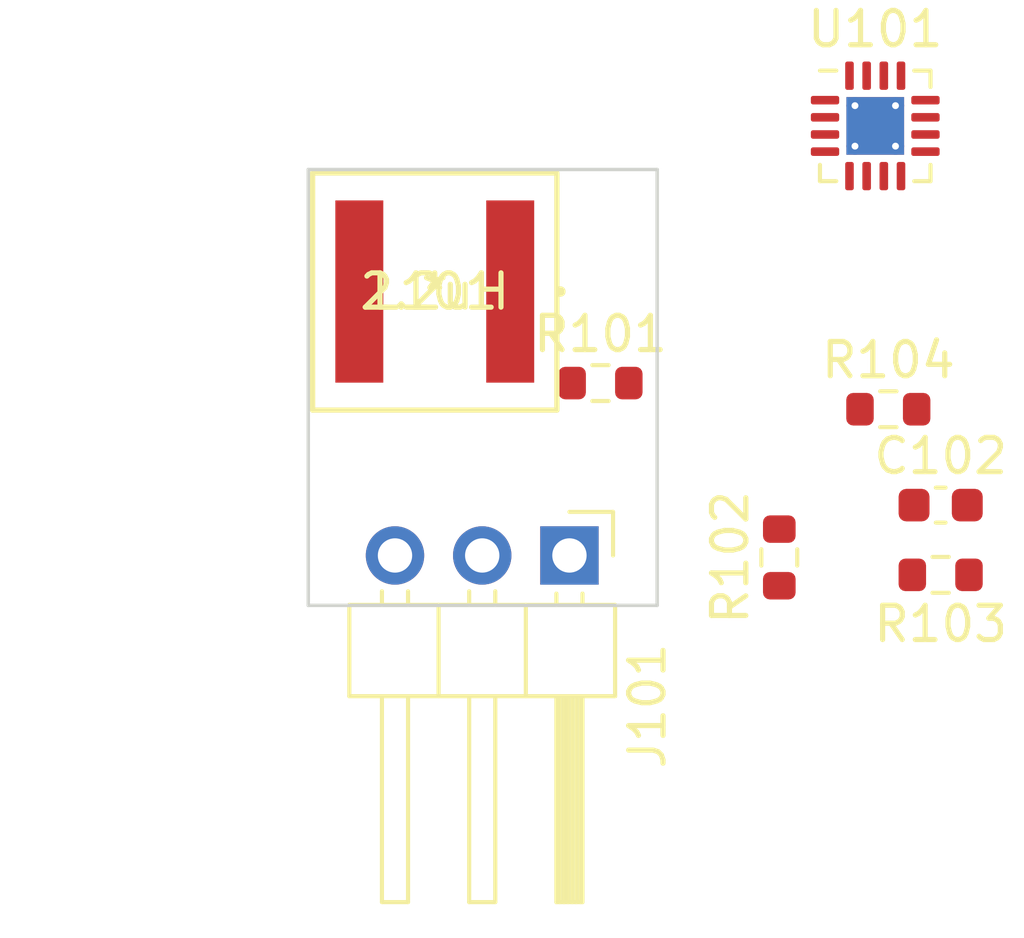
<source format=kicad_pcb>
(kicad_pcb (version 20211014) (generator pcbnew)
  (layers (0 "F.Cu" signal) (31 "B.Cu" signal) (34 "B.Paste" user) (35 "F.Paste" user) (36 "B.SilkS" user "B.Silkscreen") (37 "F.SilkS" user "F.Silkscreen") (38 "B.Mask" user) (39 "F.Mask" user) (44 "Edge.Cuts" user))
  (net 0 "")
  (net 1 "/Vin")
  (net 2 "GND")
  (net 3 "Net-(C102-Pad1)")
  (net 4 "/P3V3")
  (net 5 "Net-(L101-Pad2)")
  (net 6 "/VBAT_EN")
  (net 7 "Net-(R102-Pad2)")
  (net 8 "Net-(R103-Pad2)")
  (footprint "Package_DFN_QFN:VQFN-16-1EP_3x3mm_P0.5mm_EP1.68x1.68mm_ThermalVias" (layer "F.Cu") (at 140.97 105.41)
    (fp_text reference "U101" (at 0 -2.82) (layer "F.SilkS"))
    (fp_text value "TPS62150")
    (fp_line (start 1.135 -1.61) (end 1.61 -1.61) (layer "F.SilkS") (width 0.12))
    (fp_line (start -1.135 1.61) (end -1.61 1.61) (layer "F.SilkS") (width 0.12))
    (fp_line (start -1.135 -1.61) (end -1.61 -1.61) (layer "F.SilkS") (width 0.12))
    (fp_line (start 1.135 1.61) (end 1.61 1.61) (layer "F.SilkS") (width 0.12))
    (fp_line (start -1.61 1.61) (end -1.61 1.135) (layer "F.SilkS") (width 0.12))
    (fp_line (start 1.61 1.61) (end 1.61 1.135) (layer "F.SilkS") (width 0.12))
    (fp_line (start 1.61 -1.61) (end 1.61 -1.135) (layer "F.SilkS") (width 0.12))
    (pad "1" smd roundrect (at -1.4625 -0.75) (size 0.825 0.25) (layers "F.Cu" "F.Paste" "F.Mask") (net 5 "Net-(L101-Pad2)"))
    (pad "2" smd roundrect (at -1.4625 -0.25) (size 0.825 0.25) (layers "F.Cu" "F.Paste" "F.Mask") (net 5 "Net-(L101-Pad2)"))
    (pad "3" smd roundrect (at -1.4625 0.25) (size 0.825 0.25) (layers "F.Cu" "F.Paste" "F.Mask") (net 5 "Net-(L101-Pad2)"))
    (pad "4" smd roundrect (at -1.4625 0.75) (size 0.825 0.25) (layers "F.Cu" "F.Paste" "F.Mask") (net 7 "Net-(R102-Pad2)"))
    (pad "5" smd roundrect (at -0.75 1.4625) (size 0.25 0.825) (layers "F.Cu" "F.Paste" "F.Mask") (net 8 "Net-(R103-Pad2)"))
    (pad "6" smd roundrect (at -0.25 1.4625) (size 0.25 0.825) (layers "F.Cu" "F.Paste" "F.Mask") (net 2 "GND"))
    (pad "7" smd roundrect (at 0.25 1.4625) (size 0.25 0.825) (layers "F.Cu" "F.Paste" "F.Mask") (net 4 "/P3V3"))
    (pad "8" smd roundrect (at 0.75 1.4625) (size 0.25 0.825) (layers "F.Cu" "F.Paste" "F.Mask"))
    (pad "9" smd roundrect (at 1.4625 0.75) (size 0.825 0.25) (layers "F.Cu" "F.Paste" "F.Mask") (net 3 "Net-(C102-Pad1)"))
    (pad "10" smd roundrect (at 1.4625 0.25) (size 0.825 0.25) (layers "F.Cu" "F.Paste" "F.Mask") (net 1 "/Vin"))
    (pad "11" smd roundrect (at 1.4625 -0.25) (size 0.825 0.25) (layers "F.Cu" "F.Paste" "F.Mask") (net 1 "/Vin"))
    (pad "12" smd roundrect (at 1.4625 -0.75) (size 0.825 0.25) (layers "F.Cu" "F.Paste" "F.Mask") (net 1 "/Vin"))
    (pad "13" smd roundrect (at 0.75 -1.4625) (size 0.25 0.825) (layers "F.Cu" "F.Paste" "F.Mask") (net 6 "/VBAT_EN"))
    (pad "14" smd roundrect (at 0.25 -1.4625) (size 0.25 0.825) (layers "F.Cu" "F.Paste" "F.Mask") (net 4 "/P3V3"))
    (pad "15" smd roundrect (at -0.25 -1.4625) (size 0.25 0.825) (layers "F.Cu" "F.Paste" "F.Mask") (net 2 "GND"))
    (pad "16" smd roundrect (at -0.75 -1.4625) (size 0.25 0.825) (layers "F.Cu" "F.Paste" "F.Mask") (net 2 "GND"))
    (pad "17" thru_hole circle (at 0.59 0.59) (size 0.5 0.5) (drill 0.2) (layers *.Cu) (net 2 "GND"))
    (pad "17" smd rect (at 0 0) (size 1.68 1.68) (layers "B.Cu") (net 2 "GND"))
    (pad "17" thru_hole circle (at -0.59 0.59) (size 0.5 0.5) (drill 0.2) (layers *.Cu) (net 2 "GND"))
    (pad "17" smd rect (at 0 0) (size 1.68 1.68) (layers "F.Cu" "F.Mask") (net 2 "GND"))
    (pad "17" thru_hole circle (at -0.59 -0.59) (size 0.5 0.5) (drill 0.2) (layers *.Cu) (net 2 "GND"))
    (pad "17" thru_hole circle (at 0.59 -0.59) (size 0.5 0.5) (drill 0.2) (layers *.Cu) (net 2 "GND"))
  )
  (footprint "Resistor_SMD:R_0603_1608Metric" (layer "F.Cu") (at 142.875 118.491 180)
    (fp_text reference "R103" (at 0 -1.43) (layer "F.SilkS"))
    (fp_text value "562K")
    (fp_line (start -0.237258 -0.5225) (end 0.237258 -0.5225) (layer "F.SilkS") (width 0.12))
    (fp_line (start -0.237258 0.5225) (end 0.237258 0.5225) (layer "F.SilkS") (width 0.12))
    (pad "1" smd roundrect (at -0.825 0 180) (size 0.8 0.95) (layers "F.Cu" "F.Paste" "F.Mask") (net 4 "/P3V3"))
    (pad "2" smd roundrect (at 0.825 0 180) (size 0.8 0.95) (layers "F.Cu" "F.Paste" "F.Mask") (net 8 "Net-(R103-Pad2)"))
  )
  (footprint "Resistor_SMD:R_0603_1608Metric" (layer "F.Cu") (at 138.176 117.983 90)
    (fp_text reference "R102" (at 0 -1.43 90) (layer "F.SilkS"))
    (fp_text value "100K")
    (fp_line (start -0.237258 -0.5225) (end 0.237258 -0.5225) (layer "F.SilkS") (width 0.12))
    (fp_line (start -0.237258 0.5225) (end 0.237258 0.5225) (layer "F.SilkS") (width 0.12))
    (pad "1" smd roundrect (at -0.825 0 90) (size 0.8 0.95) (layers "F.Cu" "F.Paste" "F.Mask") (net 4 "/P3V3"))
    (pad "2" smd roundrect (at 0.825 0 90) (size 0.8 0.95) (layers "F.Cu" "F.Paste" "F.Mask") (net 7 "Net-(R102-Pad2)"))
  )
  (footprint "SapphineMinimal:74439344022" (layer "F.Cu") (at 128.143 110.236 180)
    (fp_text reference "L101" (at 0 0) (layer "F.SilkS"))
    (fp_text value "2.2uH" (at 0 0) (layer "F.SilkS"))
    (fp_text user "*" (at 0 0) (layer "F.SilkS"))
    (fp_line (start -3.556 -3.4544) (end -3.556 3.4544) (layer "F.SilkS") (width 0.1524))
    (fp_line (start 3.556 3.4544) (end 3.556 -3.4544) (layer "F.SilkS") (width 0.1524))
    (fp_line (start 3.556 -3.4544) (end -3.556 -3.4544) (layer "F.SilkS") (width 0.1524))
    (fp_line (start -3.556 3.4544) (end 3.556 3.4544) (layer "F.SilkS") (width 0.1524))
    (fp_circle (center -3.6576 0) (end -3.5814 0) (layer "F.SilkS") (width 0.1524) (fill none))
    (pad "1" smd rect locked (at -2.1971 0 180) (size 1.397 5.3086) (layers "F.Cu" "F.Paste" "F.Mask") (net 4 "/P3V3"))
    (pad "2" smd rect locked (at 2.1971 0 180) (size 1.397 5.3086) (layers "F.Cu" "F.Paste" "F.Mask") (net 5 "Net-(L101-Pad2)"))
  )
  (footprint "Connector_PinHeader_2.54mm:PinHeader_1x03_P2.54mm_Horizontal" (layer "F.Cu") (at 132.065 117.926 -90)
    (fp_text reference "J101" (at 4.385 -2.27 90) (layer "F.SilkS"))
    (fp_text value "Conn_01x03_Male")
    (fp_line (start -1.27 0) (end -1.27 -1.27) (layer "F.SilkS") (width 0.12))
    (fp_line (start 10.1 2.16) (end 10.1 2.92) (layer "F.SilkS") (width 0.12))
    (fp_line (start 1.44 1.27) (end 4.1 1.27) (layer "F.SilkS") (width 0.12))
    (fp_line (start 1.042929 5.46) (end 1.44 5.46) (layer "F.SilkS") (width 0.12))
    (fp_line (start 10.1 -0.38) (end 10.1 0.38) (layer "F.SilkS") (width 0.12))
    (fp_line (start 10.1 4.7) (end 10.1 5.46) (layer "F.SilkS") (width 0.12))
    (fp_line (start 4.1 0.16) (end 10.1 0.16) (layer "F.SilkS") (width 0.12))
    (fp_line (start 4.1 0.04) (end 10.1 0.04) (layer "F.SilkS") (width 0.12))
    (fp_line (start 1.042929 2.16) (end 1.44 2.16) (layer "F.SilkS") (width 0.12))
    (fp_line (start 1.44 -1.33) (end 1.44 6.41) (layer "F.SilkS") (width 0.12))
    (fp_line (start 1.042929 4.7) (end 1.44 4.7) (layer "F.SilkS") (width 0.12))
    (fp_line (start 4.1 2.16) (end 10.1 2.16) (layer "F.SilkS") (width 0.12))
    (fp_line (start 1.44 3.81) (end 4.1 3.81) (layer "F.SilkS") (width 0.12))
    (fp_line (start 1.44 6.41) (end 4.1 6.41) (layer "F.SilkS") (width 0.12))
    (fp_line (start 10.1 0.38) (end 4.1 0.38) (layer "F.SilkS") (width 0.12))
    (fp_line (start 4.1 -1.33) (end 1.44 -1.33) (layer "F.SilkS") (width 0.12))
    (fp_line (start 4.1 0.28) (end 10.1 0.28) (layer "F.SilkS") (width 0.12))
    (fp_line (start 10.1 2.92) (end 4.1 2.92) (layer "F.SilkS") (width 0.12))
    (fp_line (start 10.1 5.46) (end 4.1 5.46) (layer "F.SilkS") (width 0.12))
    (fp_line (start 1.11 -0.38) (end 1.44 -0.38) (layer "F.SilkS") (width 0.12))
    (fp_line (start 1.042929 2.92) (end 1.44 2.92) (layer "F.SilkS") (width 0.12))
    (fp_line (start 4.1 -0.2) (end 10.1 -0.2) (layer "F.SilkS") (width 0.12))
    (fp_line (start 4.1 -0.08) (end 10.1 -0.08) (layer "F.SilkS") (width 0.12))
    (fp_line (start 4.1 -0.38) (end 10.1 -0.38) (layer "F.SilkS") (width 0.12))
    (fp_line (start 1.11 0.38) (end 1.44 0.38) (layer "F.SilkS") (width 0.12))
    (fp_line (start 4.1 -0.32) (end 10.1 -0.32) (layer "F.SilkS") (width 0.12))
    (fp_line (start 4.1 4.7) (end 10.1 4.7) (layer "F.SilkS") (width 0.12))
    (fp_line (start -1.27 -1.27) (end 0 -1.27) (layer "F.SilkS") (width 0.12))
    (fp_line (start 4.1 6.41) (end 4.1 -1.33) (layer "F.SilkS") (width 0.12))
    (pad "1" thru_hole rect (at 0 0 270) (size 1.7 1.7) (drill 1) (layers *.Cu *.Mask) (net 1 "/Vin"))
    (pad "2" thru_hole oval (at 0 2.54 270) (size 1.7 1.7) (drill 1) (layers *.Cu *.Mask) (net 2 "GND"))
    (pad "3" thru_hole oval (at 0 5.08 270) (size 1.7 1.7) (drill 1) (layers *.Cu *.Mask) (net 4 "/P3V3"))
  )
  (footprint "Resistor_SMD:R_0603_1608Metric" (layer "F.Cu") (at 141.351 113.665)
    (fp_text reference "R104" (at 0 -1.43) (layer "F.SilkS"))
    (fp_text value "180K")
    (fp_line (start -0.237258 0.5225) (end 0.237258 0.5225) (layer "F.SilkS") (width 0.12))
    (fp_line (start -0.237258 -0.5225) (end 0.237258 -0.5225) (layer "F.SilkS") (width 0.12))
    (pad "1" smd roundrect (at -0.825 0) (size 0.8 0.95) (layers "F.Cu" "F.Paste" "F.Mask") (net 8 "Net-(R103-Pad2)"))
    (pad "2" smd roundrect (at 0.825 0) (size 0.8 0.95) (layers "F.Cu" "F.Paste" "F.Mask") (net 2 "GND"))
  )
  (footprint "Resistor_SMD:R_0603_1608Metric" (layer "F.Cu") (at 132.969 112.903)
    (fp_text reference "R101" (at 0 -1.43) (layer "F.SilkS"))
    (fp_text value "100K")
    (fp_line (start -0.237258 -0.5225) (end 0.237258 -0.5225) (layer "F.SilkS") (width 0.12))
    (fp_line (start -0.237258 0.5225) (end 0.237258 0.5225) (layer "F.SilkS") (width 0.12))
    (pad "1" smd roundrect (at -0.825 0) (size 0.8 0.95) (layers "F.Cu" "F.Paste" "F.Mask") (net 1 "/Vin"))
    (pad "2" smd roundrect (at 0.825 0) (size 0.8 0.95) (layers "F.Cu" "F.Paste" "F.Mask") (net 6 "/VBAT_EN"))
  )
  (footprint "Capacitor_SMD:C_0603_1608Metric" (layer "F.Cu") (at 142.875 116.459)
    (fp_text reference "C102" (at 0 -1.43) (layer "F.SilkS"))
    (fp_text value "390pF")
    (fp_line (start -0.14058 -0.51) (end 0.14058 -0.51) (layer "F.SilkS") (width 0.12))
    (fp_line (start -0.14058 0.51) (end 0.14058 0.51) (layer "F.SilkS") (width 0.12))
    (pad "1" smd roundrect (at -0.775 0) (size 0.9 0.95) (layers "F.Cu" "F.Paste" "F.Mask") (net 3 "Net-(C102-Pad1)"))
    (pad "2" smd roundrect (at 0.775 0) (size 0.9 0.95) (layers "F.Cu" "F.Paste" "F.Mask") (net 2 "GND"))
  )
  (gr_line (start 124.46 106.68) (end 134.62 106.68) (layer "Edge.Cuts") (width 0.1))
  (gr_line (start 134.62 106.68) (end 134.62 119.38) (layer "Edge.Cuts") (width 0.1))
  (gr_line (start 124.46 119.38) (end 124.46 106.68) (layer "Edge.Cuts") (width 0.1))
  (gr_line (start 134.62 119.38) (end 124.46 119.38) (layer "Edge.Cuts") (width 0.1))
)
</source>
